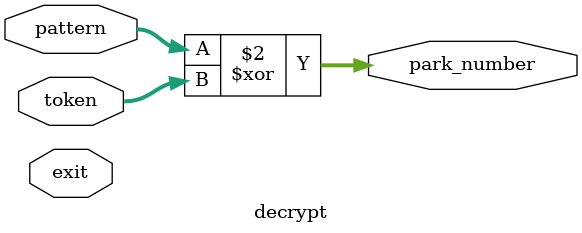
<source format=v>
/*--  *******************************************************
--  Computer Architecture Course, Laboratory Sources 
--  Amirkabir University of Technology (Tehran Polytechnic)
--  Department of Computer Engineering (CE-AUT)
--  https://ce[dot]aut[dot]ac[dot]ir
--  *******************************************************
--  All Rights reserved (C) 2021-2022
--  *******************************************************
--  Student ID  : 
--  Student Name: 
--  Student Mail: 
--  *******************************************************
--  Additional Comments:
--
--*/

/*-----------------------------------------------------------
---  Module Name: decrypt 
-----------------------------------------------------------*/
`timescale 1 ns/1 ns

module decrypt(
	exit,
	token,
	pattern,
	park_number);
	
	input exit;
	input [2:0] token;
	input [2:0] pattern;
	output reg [2:0] park_number;
	
	always @ (pattern or exit or token)
	begin
		park_number = pattern ^ token;
	end
	
endmodule
</source>
